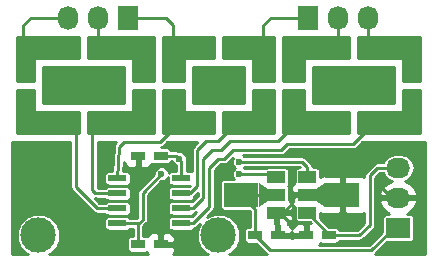
<source format=gbr>
G04 #@! TF.FileFunction,Copper,L1,Top,Signal*
%FSLAX46Y46*%
G04 Gerber Fmt 4.6, Leading zero omitted, Abs format (unit mm)*
G04 Created by KiCad (PCBNEW 0.201510170916+6271~30~ubuntu14.04.1-product) date lun. 26 oct. 2015 23:12:23 CET*
%MOMM*%
G01*
G04 APERTURE LIST*
%ADD10C,0.100000*%
%ADD11R,2.032000X1.727200*%
%ADD12O,2.032000X1.727200*%
%ADD13R,1.501140X1.000760*%
%ADD14R,2.999740X1.998980*%
%ADD15R,1.200000X0.750000*%
%ADD16R,1.727200X2.032000*%
%ADD17O,1.727200X2.032000*%
%ADD18R,1.550000X0.600000*%
%ADD19R,0.900000X1.200000*%
%ADD20R,1.200000X0.900000*%
%ADD21C,3.000000*%
%ADD22C,0.600000*%
%ADD23C,0.250000*%
%ADD24C,0.254000*%
G04 APERTURE END LIST*
D10*
D11*
X190500000Y-96520000D03*
D12*
X190500000Y-93980000D03*
X190500000Y-91440000D03*
D13*
X182806340Y-92224860D03*
X182806340Y-93726000D03*
X182806340Y-95227140D03*
D14*
X185757820Y-93726000D03*
D10*
G36*
X184283350Y-94726760D02*
X183534050Y-94226380D01*
X183534050Y-93225620D01*
X184283350Y-92725240D01*
X184283350Y-94726760D01*
X184283350Y-94726760D01*
G37*
D13*
X180159660Y-95227140D03*
X180159660Y-93726000D03*
X180159660Y-92224860D03*
D14*
X177208180Y-93726000D03*
D10*
G36*
X178682650Y-92725240D02*
X179431950Y-93225620D01*
X179431950Y-94226380D01*
X178682650Y-94726760D01*
X178682650Y-92725240D01*
X178682650Y-92725240D01*
G37*
D15*
X184592000Y-97155000D03*
X182692000Y-97155000D03*
X180274000Y-97155000D03*
X178374000Y-97155000D03*
X170368000Y-90424000D03*
X168468000Y-90424000D03*
X170368000Y-97917000D03*
X168468000Y-97917000D03*
D16*
X167640000Y-78740000D03*
D17*
X165100000Y-78740000D03*
X162560000Y-78740000D03*
D16*
X182880000Y-78740000D03*
D17*
X185420000Y-78740000D03*
X187960000Y-78740000D03*
D18*
X166718000Y-92329000D03*
X166718000Y-93599000D03*
X166718000Y-94869000D03*
X166718000Y-96139000D03*
X172118000Y-96139000D03*
X172118000Y-94869000D03*
X172118000Y-93599000D03*
X172118000Y-92329000D03*
D19*
X158750000Y-85555000D03*
X158750000Y-83355000D03*
X168910000Y-85555000D03*
X168910000Y-83355000D03*
X161290000Y-87460000D03*
X161290000Y-85260000D03*
X165608000Y-85260000D03*
X165608000Y-87460000D03*
D20*
X171280000Y-87630000D03*
X169080000Y-87630000D03*
D19*
X191770000Y-85555000D03*
X191770000Y-83355000D03*
X181610000Y-85555000D03*
X181610000Y-83355000D03*
X188595000Y-87460000D03*
X188595000Y-85260000D03*
X185420000Y-85260000D03*
X185420000Y-87460000D03*
D20*
X179240000Y-87630000D03*
X181440000Y-87630000D03*
D19*
X171450000Y-85555000D03*
X171450000Y-83355000D03*
X179070000Y-85555000D03*
X179070000Y-83355000D03*
D21*
X160020000Y-97155000D03*
X175260000Y-97155000D03*
D22*
X183642000Y-90678000D03*
X187452000Y-90678000D03*
X166624000Y-98298000D03*
X162560000Y-98044000D03*
X158496000Y-94742000D03*
X158496000Y-91440000D03*
X160274000Y-90170000D03*
X162052000Y-90932000D03*
X162052000Y-93726000D03*
X164338000Y-95758000D03*
X172720000Y-98044000D03*
X177292000Y-95504000D03*
X172720000Y-89535000D03*
X176530000Y-84455000D03*
X175260000Y-84455000D03*
X173990000Y-84455000D03*
X161290000Y-84455000D03*
X162560000Y-84455000D03*
X163830000Y-84455000D03*
X165100000Y-84455000D03*
X166370000Y-84455000D03*
X184150000Y-84455000D03*
X189230000Y-84455000D03*
X187960000Y-84455000D03*
X186690000Y-84455000D03*
X185420000Y-84455000D03*
X188976000Y-92964000D03*
X181356000Y-96139000D03*
X170307000Y-96647000D03*
X168529000Y-92075000D03*
X177038000Y-90932000D03*
X171958000Y-90678000D03*
X177038000Y-91948000D03*
X170434000Y-91948000D03*
D23*
X187452000Y-90678000D02*
X183642000Y-90678000D01*
X162814000Y-98298000D02*
X166624000Y-98298000D01*
X162560000Y-98044000D02*
X162814000Y-98298000D01*
X158496000Y-91440000D02*
X158496000Y-94742000D01*
X161290000Y-90170000D02*
X160274000Y-90170000D01*
X162052000Y-90932000D02*
X161290000Y-90170000D01*
X162306000Y-93726000D02*
X162052000Y-93726000D01*
X164338000Y-95758000D02*
X162306000Y-93726000D01*
X168468000Y-90424000D02*
X168468000Y-92014000D01*
X168468000Y-92014000D02*
X168529000Y-92075000D01*
X173990000Y-84455000D02*
X175260000Y-84455000D01*
X165608000Y-85260000D02*
X165608000Y-84963000D01*
X165608000Y-84963000D02*
X165100000Y-84455000D01*
X161290000Y-84455000D02*
X161290000Y-85260000D01*
X163830000Y-84455000D02*
X162560000Y-84455000D01*
X166370000Y-84455000D02*
X165608000Y-85217000D01*
X165608000Y-85217000D02*
X165608000Y-85260000D01*
X185420000Y-85260000D02*
X184955000Y-85260000D01*
X184955000Y-85260000D02*
X184150000Y-84455000D01*
X188595000Y-85260000D02*
X188595000Y-85090000D01*
X188595000Y-85090000D02*
X189230000Y-84455000D01*
X187960000Y-84455000D02*
X186690000Y-84455000D01*
X185420000Y-84455000D02*
X185420000Y-85260000D01*
X190500000Y-93980000D02*
X189992000Y-93980000D01*
X189992000Y-93980000D02*
X188976000Y-92964000D01*
X181356000Y-96139000D02*
X180444140Y-95227140D01*
X180444140Y-95227140D02*
X180159660Y-95227140D01*
X182806340Y-93726000D02*
X185757820Y-93726000D01*
X190246000Y-93726000D02*
X190500000Y-93980000D01*
X180159660Y-95227140D02*
X180743860Y-95227140D01*
X180743860Y-95227140D02*
X181610000Y-94361000D01*
X181864000Y-93726000D02*
X182806340Y-93726000D01*
X181610000Y-93980000D02*
X181864000Y-93726000D01*
X181610000Y-94361000D02*
X181610000Y-93980000D01*
X180274000Y-97155000D02*
X182692000Y-97155000D01*
X180159660Y-95227140D02*
X180159660Y-97040660D01*
X180159660Y-97040660D02*
X180274000Y-97155000D01*
X170368000Y-96708000D02*
X170368000Y-97917000D01*
X170307000Y-96647000D02*
X170368000Y-96708000D01*
X168468000Y-92014000D02*
X168529000Y-92075000D01*
X184592000Y-97155000D02*
X184592000Y-97012800D01*
X184592000Y-97012800D02*
X182806340Y-95227140D01*
X190500000Y-91440000D02*
X188722000Y-91440000D01*
X187198000Y-97155000D02*
X184592000Y-97155000D01*
X188087000Y-96266000D02*
X187198000Y-97155000D01*
X188087000Y-92075000D02*
X188087000Y-96266000D01*
X188722000Y-91440000D02*
X188087000Y-92075000D01*
X180159660Y-93726000D02*
X179057300Y-93726000D01*
X180159660Y-93726000D02*
X177208180Y-93726000D01*
X178374000Y-97155000D02*
X178374000Y-94891820D01*
X178374000Y-94891820D02*
X177208180Y-93726000D01*
X190500000Y-96520000D02*
X190119000Y-96520000D01*
X190119000Y-96520000D02*
X188214000Y-98425000D01*
X188214000Y-98425000D02*
X179644000Y-98425000D01*
X179644000Y-98425000D02*
X178374000Y-97155000D01*
X172118000Y-92329000D02*
X172118000Y-90838000D01*
X172118000Y-90838000D02*
X171958000Y-90678000D01*
X170368000Y-90424000D02*
X171704000Y-90424000D01*
X182806340Y-91366340D02*
X182806340Y-92224860D01*
X182372000Y-90932000D02*
X182806340Y-91366340D01*
X177038000Y-90932000D02*
X182372000Y-90932000D01*
X171704000Y-90424000D02*
X171958000Y-90678000D01*
X168468000Y-97917000D02*
X168468000Y-96139000D01*
X168468000Y-96139000D02*
X168529000Y-96139000D01*
X168849000Y-93533000D02*
X168849000Y-95819000D01*
X179600860Y-92224860D02*
X179324000Y-91948000D01*
X179324000Y-91948000D02*
X177038000Y-91948000D01*
X170434000Y-91948000D02*
X168849000Y-93533000D01*
X168529000Y-96139000D02*
X166718000Y-96139000D01*
X168849000Y-95819000D02*
X168529000Y-96139000D01*
X180159660Y-92224860D02*
X179600860Y-92224860D01*
X170815000Y-78740000D02*
X171450000Y-79375000D01*
X171450000Y-79375000D02*
X171450000Y-83355000D01*
X167640000Y-78740000D02*
X170815000Y-78740000D01*
X168275000Y-81280000D02*
X168910000Y-81915000D01*
X168910000Y-81915000D02*
X168910000Y-83355000D01*
X165100000Y-81280000D02*
X168275000Y-81280000D01*
X165100000Y-78740000D02*
X165100000Y-81280000D01*
X159385000Y-78740000D02*
X158750000Y-79375000D01*
X158750000Y-79375000D02*
X158750000Y-83355000D01*
X162560000Y-78740000D02*
X159385000Y-78740000D01*
X179070000Y-79375000D02*
X179705000Y-78740000D01*
X179705000Y-78740000D02*
X182880000Y-78740000D01*
X179070000Y-83355000D02*
X179070000Y-79375000D01*
X182245000Y-81280000D02*
X181610000Y-81915000D01*
X181610000Y-81915000D02*
X181610000Y-83355000D01*
X185420000Y-81280000D02*
X182245000Y-81280000D01*
X185420000Y-78740000D02*
X185420000Y-81280000D01*
X191135000Y-81280000D02*
X191770000Y-81915000D01*
X191770000Y-81915000D02*
X191770000Y-83355000D01*
X187960000Y-81280000D02*
X191135000Y-81280000D01*
X187960000Y-78740000D02*
X187960000Y-81280000D01*
X166718000Y-94869000D02*
X164973000Y-94869000D01*
X162771000Y-87460000D02*
X161290000Y-87460000D01*
X163195000Y-87884000D02*
X162771000Y-87460000D01*
X163195000Y-93091000D02*
X163195000Y-87884000D01*
X164973000Y-94869000D02*
X163195000Y-93091000D01*
X161290000Y-87460000D02*
X159088000Y-87460000D01*
X158750000Y-87122000D02*
X158750000Y-85555000D01*
X159088000Y-87460000D02*
X158750000Y-87122000D01*
X166718000Y-93599000D02*
X164846000Y-93599000D01*
X164592000Y-88265000D02*
X165397000Y-87460000D01*
X164592000Y-93345000D02*
X164592000Y-88265000D01*
X164846000Y-93599000D02*
X164592000Y-93345000D01*
X165397000Y-87460000D02*
X165608000Y-87460000D01*
X169080000Y-87630000D02*
X165778000Y-87630000D01*
X165778000Y-87630000D02*
X165608000Y-87460000D01*
X168910000Y-85555000D02*
X168910000Y-87460000D01*
X168910000Y-87460000D02*
X169080000Y-87630000D01*
X172118000Y-96139000D02*
X173101000Y-96139000D01*
X173355000Y-95885000D02*
X174498000Y-94742000D01*
X174498000Y-94742000D02*
X174498000Y-91440000D01*
X174498000Y-91440000D02*
X175260000Y-90678000D01*
X175260000Y-90678000D02*
X175768000Y-90678000D01*
X175768000Y-90678000D02*
X176530000Y-89916000D01*
X176530000Y-89916000D02*
X180594000Y-89916000D01*
X180594000Y-89916000D02*
X181102000Y-89408000D01*
X181102000Y-89408000D02*
X186647000Y-89408000D01*
X186647000Y-89408000D02*
X188595000Y-87460000D01*
X173101000Y-96139000D02*
X173355000Y-95885000D01*
X188595000Y-87460000D02*
X191432000Y-87460000D01*
X191770000Y-87122000D02*
X191770000Y-85555000D01*
X191432000Y-87460000D02*
X191770000Y-87122000D01*
X181440000Y-87630000D02*
X185250000Y-87630000D01*
X185250000Y-87630000D02*
X185420000Y-87460000D01*
X181440000Y-87630000D02*
X181440000Y-85725000D01*
X181440000Y-85725000D02*
X181610000Y-85555000D01*
X172118000Y-94869000D02*
X173101000Y-94869000D01*
X173990000Y-93980000D02*
X173355000Y-94615000D01*
X173990000Y-90678000D02*
X173990000Y-93980000D01*
X174752000Y-89916000D02*
X173990000Y-90678000D01*
X175514000Y-89916000D02*
X174752000Y-89916000D01*
X176276000Y-89154000D02*
X175514000Y-89916000D01*
X180340000Y-89154000D02*
X176276000Y-89154000D01*
X180340000Y-89154000D02*
X181440000Y-88054000D01*
X173101000Y-94869000D02*
X173355000Y-94615000D01*
X181440000Y-87630000D02*
X181440000Y-88054000D01*
X172720000Y-94869000D02*
X172118000Y-94869000D01*
X171280000Y-87630000D02*
X171280000Y-85725000D01*
X171280000Y-85725000D02*
X171450000Y-85555000D01*
X166718000Y-92329000D02*
X166845000Y-89695000D01*
X171280000Y-88308000D02*
X171280000Y-87630000D01*
X170307000Y-89281000D02*
X171280000Y-88308000D01*
X167259000Y-89281000D02*
X170307000Y-89281000D01*
X166845000Y-89695000D02*
X167259000Y-89281000D01*
X171130000Y-87630000D02*
X171280000Y-87630000D01*
X179240000Y-87630000D02*
X179240000Y-85725000D01*
X179240000Y-85725000D02*
X179070000Y-85555000D01*
X172118000Y-93599000D02*
X172847000Y-93599000D01*
X172847000Y-93599000D02*
X173482000Y-92964000D01*
X176784000Y-87630000D02*
X179240000Y-87630000D01*
X175260000Y-89154000D02*
X176784000Y-87630000D01*
X174244000Y-89154000D02*
X175260000Y-89154000D01*
X173482000Y-89916000D02*
X174244000Y-89154000D01*
X173482000Y-92710000D02*
X173482000Y-89916000D01*
X173482000Y-92964000D02*
X173482000Y-92710000D01*
X172118000Y-93599000D02*
X172720000Y-93599000D01*
D24*
G36*
X163449000Y-82169000D02*
X159766000Y-82169000D01*
X159716590Y-82179006D01*
X159674965Y-82207447D01*
X159647685Y-82249841D01*
X159639000Y-82296000D01*
X159639000Y-84074000D01*
X158190000Y-84074000D01*
X158190000Y-80391000D01*
X163449000Y-80391000D01*
X163449000Y-82169000D01*
X163449000Y-82169000D01*
G37*
X163449000Y-82169000D02*
X159766000Y-82169000D01*
X159716590Y-82179006D01*
X159674965Y-82207447D01*
X159647685Y-82249841D01*
X159639000Y-82296000D01*
X159639000Y-84074000D01*
X158190000Y-84074000D01*
X158190000Y-80391000D01*
X163449000Y-80391000D01*
X163449000Y-82169000D01*
G36*
X167259000Y-85979000D02*
X160401000Y-85979000D01*
X160401000Y-82931000D01*
X167259000Y-82931000D01*
X167259000Y-85979000D01*
X167259000Y-85979000D01*
G37*
X167259000Y-85979000D02*
X160401000Y-85979000D01*
X160401000Y-82931000D01*
X167259000Y-82931000D01*
X167259000Y-85979000D01*
G36*
X166776400Y-80403440D02*
X168503600Y-80403440D01*
X168569713Y-80391000D01*
X169799000Y-80391000D01*
X169799000Y-84074000D01*
X168021000Y-84074000D01*
X168021000Y-82296000D01*
X168010994Y-82246590D01*
X167982553Y-82204965D01*
X167940159Y-82177685D01*
X167894000Y-82169000D01*
X164211000Y-82169000D01*
X164211000Y-80391000D01*
X166714969Y-80391000D01*
X166776400Y-80403440D01*
X166776400Y-80403440D01*
G37*
X166776400Y-80403440D02*
X168503600Y-80403440D01*
X168569713Y-80391000D01*
X169799000Y-80391000D01*
X169799000Y-84074000D01*
X168021000Y-84074000D01*
X168021000Y-82296000D01*
X168010994Y-82246590D01*
X167982553Y-82204965D01*
X167940159Y-82177685D01*
X167894000Y-82169000D01*
X164211000Y-82169000D01*
X164211000Y-80391000D01*
X166714969Y-80391000D01*
X166776400Y-80403440D01*
G36*
X169799000Y-88519000D02*
X164211000Y-88519000D01*
X164211000Y-86741000D01*
X167894000Y-86741000D01*
X167943410Y-86730994D01*
X167985035Y-86702553D01*
X168012315Y-86660159D01*
X168021000Y-86614000D01*
X168021000Y-84836000D01*
X169799000Y-84836000D01*
X169799000Y-88519000D01*
X169799000Y-88519000D01*
G37*
X169799000Y-88519000D02*
X164211000Y-88519000D01*
X164211000Y-86741000D01*
X167894000Y-86741000D01*
X167943410Y-86730994D01*
X167985035Y-86702553D01*
X168012315Y-86660159D01*
X168021000Y-86614000D01*
X168021000Y-84836000D01*
X169799000Y-84836000D01*
X169799000Y-88519000D01*
G36*
X159639000Y-86614000D02*
X159649006Y-86663410D01*
X159677447Y-86705035D01*
X159719841Y-86732315D01*
X159766000Y-86741000D01*
X163449000Y-86741000D01*
X163449000Y-88519000D01*
X158190000Y-88519000D01*
X158190000Y-84836000D01*
X159639000Y-84836000D01*
X159639000Y-86614000D01*
X159639000Y-86614000D01*
G37*
X159639000Y-86614000D02*
X159649006Y-86663410D01*
X159677447Y-86705035D01*
X159719841Y-86732315D01*
X159766000Y-86741000D01*
X163449000Y-86741000D01*
X163449000Y-88519000D01*
X158190000Y-88519000D01*
X158190000Y-84836000D01*
X159639000Y-84836000D01*
X159639000Y-86614000D01*
G36*
X172339000Y-86614000D02*
X172349006Y-86663410D01*
X172377447Y-86705035D01*
X172419841Y-86732315D01*
X172466000Y-86741000D01*
X174879000Y-86741000D01*
X174879000Y-88519000D01*
X170561000Y-88519000D01*
X170561000Y-84836000D01*
X172339000Y-84836000D01*
X172339000Y-86614000D01*
X172339000Y-86614000D01*
G37*
X172339000Y-86614000D02*
X172349006Y-86663410D01*
X172377447Y-86705035D01*
X172419841Y-86732315D01*
X172466000Y-86741000D01*
X174879000Y-86741000D01*
X174879000Y-88519000D01*
X170561000Y-88519000D01*
X170561000Y-84836000D01*
X172339000Y-84836000D01*
X172339000Y-86614000D01*
G36*
X174879000Y-82169000D02*
X172466000Y-82169000D01*
X172416590Y-82179006D01*
X172374965Y-82207447D01*
X172347685Y-82249841D01*
X172339000Y-82296000D01*
X172339000Y-84074000D01*
X170561000Y-84074000D01*
X170561000Y-80391000D01*
X174879000Y-80391000D01*
X174879000Y-82169000D01*
X174879000Y-82169000D01*
G37*
X174879000Y-82169000D02*
X172466000Y-82169000D01*
X172416590Y-82179006D01*
X172374965Y-82207447D01*
X172347685Y-82249841D01*
X172339000Y-82296000D01*
X172339000Y-84074000D01*
X170561000Y-84074000D01*
X170561000Y-80391000D01*
X174879000Y-80391000D01*
X174879000Y-82169000D01*
G36*
X177419000Y-85979000D02*
X173101000Y-85979000D01*
X173101000Y-82931000D01*
X177419000Y-82931000D01*
X177419000Y-85979000D01*
X177419000Y-85979000D01*
G37*
X177419000Y-85979000D02*
X173101000Y-85979000D01*
X173101000Y-82931000D01*
X177419000Y-82931000D01*
X177419000Y-85979000D01*
G36*
X190119000Y-85979000D02*
X183261000Y-85979000D01*
X183261000Y-82931000D01*
X190119000Y-82931000D01*
X190119000Y-85979000D01*
X190119000Y-85979000D01*
G37*
X190119000Y-85979000D02*
X183261000Y-85979000D01*
X183261000Y-82931000D01*
X190119000Y-82931000D01*
X190119000Y-85979000D01*
G36*
X192330000Y-88519000D02*
X187071000Y-88519000D01*
X187071000Y-86741000D01*
X190754000Y-86741000D01*
X190803410Y-86730994D01*
X190845035Y-86702553D01*
X190872315Y-86660159D01*
X190881000Y-86614000D01*
X190881000Y-84836000D01*
X192330000Y-84836000D01*
X192330000Y-88519000D01*
X192330000Y-88519000D01*
G37*
X192330000Y-88519000D02*
X187071000Y-88519000D01*
X187071000Y-86741000D01*
X190754000Y-86741000D01*
X190803410Y-86730994D01*
X190845035Y-86702553D01*
X190872315Y-86660159D01*
X190881000Y-86614000D01*
X190881000Y-84836000D01*
X192330000Y-84836000D01*
X192330000Y-88519000D01*
G36*
X182499000Y-86614000D02*
X182509006Y-86663410D01*
X182537447Y-86705035D01*
X182579841Y-86732315D01*
X182626000Y-86741000D01*
X186309000Y-86741000D01*
X186309000Y-88519000D01*
X180721000Y-88519000D01*
X180721000Y-84836000D01*
X182499000Y-84836000D01*
X182499000Y-86614000D01*
X182499000Y-86614000D01*
G37*
X182499000Y-86614000D02*
X182509006Y-86663410D01*
X182537447Y-86705035D01*
X182579841Y-86732315D01*
X182626000Y-86741000D01*
X186309000Y-86741000D01*
X186309000Y-88519000D01*
X180721000Y-88519000D01*
X180721000Y-84836000D01*
X182499000Y-84836000D01*
X182499000Y-86614000D01*
G36*
X192330000Y-84074000D02*
X190881000Y-84074000D01*
X190881000Y-82296000D01*
X190870994Y-82246590D01*
X190842553Y-82204965D01*
X190800159Y-82177685D01*
X190754000Y-82169000D01*
X187071000Y-82169000D01*
X187071000Y-80391000D01*
X192330000Y-80391000D01*
X192330000Y-84074000D01*
X192330000Y-84074000D01*
G37*
X192330000Y-84074000D02*
X190881000Y-84074000D01*
X190881000Y-82296000D01*
X190870994Y-82246590D01*
X190842553Y-82204965D01*
X190800159Y-82177685D01*
X190754000Y-82169000D01*
X187071000Y-82169000D01*
X187071000Y-80391000D01*
X192330000Y-80391000D01*
X192330000Y-84074000D01*
G36*
X182016400Y-80403440D02*
X183743600Y-80403440D01*
X183809713Y-80391000D01*
X186309000Y-80391000D01*
X186309000Y-82169000D01*
X182626000Y-82169000D01*
X182576590Y-82179006D01*
X182534965Y-82207447D01*
X182507685Y-82249841D01*
X182499000Y-82296000D01*
X182499000Y-84074000D01*
X180721000Y-84074000D01*
X180721000Y-80391000D01*
X181954969Y-80391000D01*
X182016400Y-80403440D01*
X182016400Y-80403440D01*
G37*
X182016400Y-80403440D02*
X183743600Y-80403440D01*
X183809713Y-80391000D01*
X186309000Y-80391000D01*
X186309000Y-82169000D01*
X182626000Y-82169000D01*
X182576590Y-82179006D01*
X182534965Y-82207447D01*
X182507685Y-82249841D01*
X182499000Y-82296000D01*
X182499000Y-84074000D01*
X180721000Y-84074000D01*
X180721000Y-80391000D01*
X181954969Y-80391000D01*
X182016400Y-80403440D01*
G36*
X179959000Y-84074000D02*
X178181000Y-84074000D01*
X178181000Y-82296000D01*
X178170994Y-82246590D01*
X178142553Y-82204965D01*
X178100159Y-82177685D01*
X178054000Y-82169000D01*
X175641000Y-82169000D01*
X175641000Y-80391000D01*
X179959000Y-80391000D01*
X179959000Y-84074000D01*
X179959000Y-84074000D01*
G37*
X179959000Y-84074000D02*
X178181000Y-84074000D01*
X178181000Y-82296000D01*
X178170994Y-82246590D01*
X178142553Y-82204965D01*
X178100159Y-82177685D01*
X178054000Y-82169000D01*
X175641000Y-82169000D01*
X175641000Y-80391000D01*
X179959000Y-80391000D01*
X179959000Y-84074000D01*
G36*
X179959000Y-88519000D02*
X175641000Y-88519000D01*
X175641000Y-86741000D01*
X178054000Y-86741000D01*
X178103410Y-86730994D01*
X178145035Y-86702553D01*
X178172315Y-86660159D01*
X178181000Y-86614000D01*
X178181000Y-84836000D01*
X179959000Y-84836000D01*
X179959000Y-88519000D01*
X179959000Y-88519000D01*
G37*
X179959000Y-88519000D02*
X175641000Y-88519000D01*
X175641000Y-86741000D01*
X178054000Y-86741000D01*
X178103410Y-86730994D01*
X178145035Y-86702553D01*
X178172315Y-86660159D01*
X178181000Y-86614000D01*
X178181000Y-84836000D01*
X179959000Y-84836000D01*
X179959000Y-88519000D01*
G36*
X171009594Y-92629000D02*
X171032395Y-92750179D01*
X171104012Y-92861474D01*
X171213286Y-92936138D01*
X171343000Y-92962406D01*
X172844370Y-92962406D01*
X172841182Y-92965594D01*
X171343000Y-92965594D01*
X171221821Y-92988395D01*
X171110526Y-93060012D01*
X171035862Y-93169286D01*
X171009594Y-93299000D01*
X171009594Y-93899000D01*
X171032395Y-94020179D01*
X171104012Y-94131474D01*
X171213286Y-94206138D01*
X171343000Y-94232406D01*
X172893000Y-94232406D01*
X173014179Y-94209605D01*
X173125474Y-94137988D01*
X173200138Y-94028714D01*
X173226406Y-93899000D01*
X173226406Y-93858818D01*
X173538000Y-93547225D01*
X173538000Y-93792775D01*
X173050161Y-94280615D01*
X173022714Y-94261862D01*
X172893000Y-94235594D01*
X171343000Y-94235594D01*
X171221821Y-94258395D01*
X171110526Y-94330012D01*
X171035862Y-94439286D01*
X171009594Y-94569000D01*
X171009594Y-95169000D01*
X171032395Y-95290179D01*
X171104012Y-95401474D01*
X171213286Y-95476138D01*
X171343000Y-95502406D01*
X172893000Y-95502406D01*
X173014179Y-95479605D01*
X173125474Y-95407988D01*
X173198109Y-95301684D01*
X173273973Y-95286594D01*
X173395152Y-95205624D01*
X173050161Y-95550615D01*
X173022714Y-95531862D01*
X172893000Y-95505594D01*
X171343000Y-95505594D01*
X171221821Y-95528395D01*
X171110526Y-95600012D01*
X171035862Y-95709286D01*
X171009594Y-95839000D01*
X171009594Y-96439000D01*
X171032395Y-96560179D01*
X171104012Y-96671474D01*
X171213286Y-96746138D01*
X171343000Y-96772406D01*
X172893000Y-96772406D01*
X173014179Y-96749605D01*
X173125474Y-96677988D01*
X173198109Y-96571684D01*
X173273973Y-96556594D01*
X173420612Y-96458612D01*
X173677651Y-96201573D01*
X173433318Y-96789993D01*
X173432684Y-97516818D01*
X173710242Y-98188560D01*
X174223736Y-98702952D01*
X174356306Y-98758000D01*
X171400025Y-98758000D01*
X171506327Y-98651699D01*
X171603000Y-98418310D01*
X171603000Y-98202750D01*
X171444250Y-98044000D01*
X170495000Y-98044000D01*
X170495000Y-98064000D01*
X170241000Y-98064000D01*
X170241000Y-98044000D01*
X170221000Y-98044000D01*
X170221000Y-97790000D01*
X170241000Y-97790000D01*
X170241000Y-97065750D01*
X170495000Y-97065750D01*
X170495000Y-97790000D01*
X171444250Y-97790000D01*
X171603000Y-97631250D01*
X171603000Y-97415690D01*
X171506327Y-97182301D01*
X171327698Y-97003673D01*
X171094309Y-96907000D01*
X170653750Y-96907000D01*
X170495000Y-97065750D01*
X170241000Y-97065750D01*
X170082250Y-96907000D01*
X169641691Y-96907000D01*
X169408302Y-97003673D01*
X169229673Y-97182301D01*
X169205654Y-97240287D01*
X169197714Y-97234862D01*
X169068000Y-97208594D01*
X168920000Y-97208594D01*
X168920000Y-96387224D01*
X169168612Y-96138613D01*
X169266594Y-95991973D01*
X169275661Y-95946388D01*
X169301000Y-95819000D01*
X169301000Y-93720224D01*
X170446214Y-92575011D01*
X170558171Y-92575109D01*
X170788703Y-92479855D01*
X170965235Y-92303631D01*
X171009594Y-92196802D01*
X171009594Y-92629000D01*
X171009594Y-92629000D01*
G37*
X171009594Y-92629000D02*
X171032395Y-92750179D01*
X171104012Y-92861474D01*
X171213286Y-92936138D01*
X171343000Y-92962406D01*
X172844370Y-92962406D01*
X172841182Y-92965594D01*
X171343000Y-92965594D01*
X171221821Y-92988395D01*
X171110526Y-93060012D01*
X171035862Y-93169286D01*
X171009594Y-93299000D01*
X171009594Y-93899000D01*
X171032395Y-94020179D01*
X171104012Y-94131474D01*
X171213286Y-94206138D01*
X171343000Y-94232406D01*
X172893000Y-94232406D01*
X173014179Y-94209605D01*
X173125474Y-94137988D01*
X173200138Y-94028714D01*
X173226406Y-93899000D01*
X173226406Y-93858818D01*
X173538000Y-93547225D01*
X173538000Y-93792775D01*
X173050161Y-94280615D01*
X173022714Y-94261862D01*
X172893000Y-94235594D01*
X171343000Y-94235594D01*
X171221821Y-94258395D01*
X171110526Y-94330012D01*
X171035862Y-94439286D01*
X171009594Y-94569000D01*
X171009594Y-95169000D01*
X171032395Y-95290179D01*
X171104012Y-95401474D01*
X171213286Y-95476138D01*
X171343000Y-95502406D01*
X172893000Y-95502406D01*
X173014179Y-95479605D01*
X173125474Y-95407988D01*
X173198109Y-95301684D01*
X173273973Y-95286594D01*
X173395152Y-95205624D01*
X173050161Y-95550615D01*
X173022714Y-95531862D01*
X172893000Y-95505594D01*
X171343000Y-95505594D01*
X171221821Y-95528395D01*
X171110526Y-95600012D01*
X171035862Y-95709286D01*
X171009594Y-95839000D01*
X171009594Y-96439000D01*
X171032395Y-96560179D01*
X171104012Y-96671474D01*
X171213286Y-96746138D01*
X171343000Y-96772406D01*
X172893000Y-96772406D01*
X173014179Y-96749605D01*
X173125474Y-96677988D01*
X173198109Y-96571684D01*
X173273973Y-96556594D01*
X173420612Y-96458612D01*
X173677651Y-96201573D01*
X173433318Y-96789993D01*
X173432684Y-97516818D01*
X173710242Y-98188560D01*
X174223736Y-98702952D01*
X174356306Y-98758000D01*
X171400025Y-98758000D01*
X171506327Y-98651699D01*
X171603000Y-98418310D01*
X171603000Y-98202750D01*
X171444250Y-98044000D01*
X170495000Y-98044000D01*
X170495000Y-98064000D01*
X170241000Y-98064000D01*
X170241000Y-98044000D01*
X170221000Y-98044000D01*
X170221000Y-97790000D01*
X170241000Y-97790000D01*
X170241000Y-97065750D01*
X170495000Y-97065750D01*
X170495000Y-97790000D01*
X171444250Y-97790000D01*
X171603000Y-97631250D01*
X171603000Y-97415690D01*
X171506327Y-97182301D01*
X171327698Y-97003673D01*
X171094309Y-96907000D01*
X170653750Y-96907000D01*
X170495000Y-97065750D01*
X170241000Y-97065750D01*
X170082250Y-96907000D01*
X169641691Y-96907000D01*
X169408302Y-97003673D01*
X169229673Y-97182301D01*
X169205654Y-97240287D01*
X169197714Y-97234862D01*
X169068000Y-97208594D01*
X168920000Y-97208594D01*
X168920000Y-96387224D01*
X169168612Y-96138613D01*
X169266594Y-95991973D01*
X169275661Y-95946388D01*
X169301000Y-95819000D01*
X169301000Y-93720224D01*
X170446214Y-92575011D01*
X170558171Y-92575109D01*
X170788703Y-92479855D01*
X170965235Y-92303631D01*
X171009594Y-92196802D01*
X171009594Y-92629000D01*
G36*
X192738000Y-98758000D02*
X188513576Y-98758000D01*
X188533612Y-98744612D01*
X189561218Y-97717006D01*
X191516000Y-97717006D01*
X191637179Y-97694205D01*
X191748474Y-97622588D01*
X191823138Y-97513314D01*
X191849406Y-97383600D01*
X191849406Y-95656400D01*
X191826605Y-95535221D01*
X191754988Y-95423926D01*
X191645714Y-95349262D01*
X191516000Y-95322994D01*
X191268407Y-95322994D01*
X191414320Y-95271954D01*
X191850732Y-94882036D01*
X192104709Y-94354791D01*
X192107358Y-94339026D01*
X191986217Y-94107000D01*
X190627000Y-94107000D01*
X190627000Y-94127000D01*
X190373000Y-94127000D01*
X190373000Y-94107000D01*
X189013783Y-94107000D01*
X188892642Y-94339026D01*
X188895291Y-94354791D01*
X189149268Y-94882036D01*
X189585680Y-95271954D01*
X189731593Y-95322994D01*
X189484000Y-95322994D01*
X189362821Y-95345795D01*
X189251526Y-95417412D01*
X189176862Y-95526686D01*
X189150594Y-95656400D01*
X189150594Y-96849182D01*
X188026776Y-97973000D01*
X183747026Y-97973000D01*
X183830327Y-97889699D01*
X183854346Y-97831713D01*
X183862286Y-97837138D01*
X183992000Y-97863406D01*
X185192000Y-97863406D01*
X185313179Y-97840605D01*
X185424474Y-97768988D01*
X185499138Y-97659714D01*
X185509813Y-97607000D01*
X187198000Y-97607000D01*
X187370973Y-97572594D01*
X187517612Y-97474612D01*
X188406612Y-96585612D01*
X188504594Y-96438973D01*
X188539000Y-96266000D01*
X188539000Y-92262224D01*
X188909225Y-91892000D01*
X189220597Y-91892000D01*
X189221318Y-91895623D01*
X189479408Y-92281881D01*
X189865666Y-92539971D01*
X189957039Y-92558146D01*
X189585680Y-92688046D01*
X189149268Y-93077964D01*
X188895291Y-93605209D01*
X188892642Y-93620974D01*
X189013783Y-93853000D01*
X190373000Y-93853000D01*
X190373000Y-93833000D01*
X190627000Y-93833000D01*
X190627000Y-93853000D01*
X191986217Y-93853000D01*
X192107358Y-93620974D01*
X192104709Y-93605209D01*
X191850732Y-93077964D01*
X191414320Y-92688046D01*
X191042961Y-92558146D01*
X191134334Y-92539971D01*
X191520592Y-92281881D01*
X191778682Y-91895623D01*
X191869311Y-91440000D01*
X191778682Y-90984377D01*
X191520592Y-90598119D01*
X191134334Y-90340029D01*
X190678711Y-90249400D01*
X190321289Y-90249400D01*
X189865666Y-90340029D01*
X189479408Y-90598119D01*
X189221318Y-90984377D01*
X189220597Y-90988000D01*
X188722000Y-90988000D01*
X188549027Y-91022406D01*
X188402388Y-91120387D01*
X187767388Y-91755388D01*
X187669406Y-91902027D01*
X187635000Y-92075000D01*
X187635000Y-92205794D01*
X187617389Y-92188183D01*
X187384000Y-92091510D01*
X186043570Y-92091510D01*
X185884820Y-92250260D01*
X185884820Y-93599000D01*
X185904820Y-93599000D01*
X185904820Y-93853000D01*
X185884820Y-93853000D01*
X185884820Y-95201740D01*
X186043570Y-95360490D01*
X187384000Y-95360490D01*
X187617389Y-95263817D01*
X187635000Y-95246206D01*
X187635000Y-96078776D01*
X187010776Y-96703000D01*
X185510918Y-96703000D01*
X185502605Y-96658821D01*
X185430988Y-96547526D01*
X185321714Y-96472862D01*
X185192000Y-96446594D01*
X184665019Y-96446594D01*
X183890316Y-95671892D01*
X183890316Y-95255882D01*
X183898251Y-95263817D01*
X184131640Y-95360490D01*
X184223174Y-95360490D01*
X184265463Y-95373953D01*
X184342883Y-95360490D01*
X185472070Y-95360490D01*
X185630820Y-95201740D01*
X185630820Y-93853000D01*
X182886610Y-93853000D01*
X182886610Y-93873000D01*
X182679340Y-93873000D01*
X182679340Y-93853000D01*
X181579520Y-93853000D01*
X181420770Y-94011750D01*
X181420770Y-94339275D01*
X181269929Y-94188433D01*
X181243636Y-94177542D01*
X181243636Y-93225620D01*
X181220835Y-93104441D01*
X181149218Y-92993146D01*
X181124263Y-92976095D01*
X181142704Y-92964228D01*
X181217368Y-92854954D01*
X181243636Y-92725240D01*
X181243636Y-91724480D01*
X181220835Y-91603301D01*
X181149218Y-91492006D01*
X181039944Y-91417342D01*
X180910230Y-91391074D01*
X179409090Y-91391074D01*
X179287911Y-91413875D01*
X179176616Y-91485492D01*
X179169436Y-91496000D01*
X177472728Y-91496000D01*
X177416713Y-91439887D01*
X177472698Y-91384000D01*
X182184776Y-91384000D01*
X182191850Y-91391074D01*
X182055770Y-91391074D01*
X181934591Y-91413875D01*
X181823296Y-91485492D01*
X181748632Y-91594766D01*
X181722364Y-91724480D01*
X181722364Y-92676402D01*
X181696071Y-92687293D01*
X181517443Y-92865922D01*
X181420770Y-93099311D01*
X181420770Y-93440250D01*
X181579520Y-93599000D01*
X182679340Y-93599000D01*
X182679340Y-93579000D01*
X182886610Y-93579000D01*
X182886610Y-93599000D01*
X185630820Y-93599000D01*
X185630820Y-92250260D01*
X185472070Y-92091510D01*
X184364761Y-92091510D01*
X184161598Y-92089351D01*
X184156330Y-92091510D01*
X184131640Y-92091510D01*
X183898251Y-92188183D01*
X183890316Y-92196118D01*
X183890316Y-91724480D01*
X183867515Y-91603301D01*
X183795898Y-91492006D01*
X183686624Y-91417342D01*
X183556910Y-91391074D01*
X183258340Y-91391074D01*
X183258340Y-91366340D01*
X183223934Y-91193367D01*
X183125953Y-91046728D01*
X182691612Y-90612388D01*
X182544973Y-90514406D01*
X182372000Y-90480000D01*
X177472728Y-90480000D01*
X177393631Y-90400765D01*
X177314724Y-90368000D01*
X180594000Y-90368000D01*
X180766973Y-90333594D01*
X180913612Y-90235612D01*
X181289225Y-89860000D01*
X186647000Y-89860000D01*
X186819973Y-89825594D01*
X186966612Y-89727612D01*
X187413224Y-89281000D01*
X192738000Y-89281000D01*
X192738000Y-98758000D01*
X192738000Y-98758000D01*
G37*
X192738000Y-98758000D02*
X188513576Y-98758000D01*
X188533612Y-98744612D01*
X189561218Y-97717006D01*
X191516000Y-97717006D01*
X191637179Y-97694205D01*
X191748474Y-97622588D01*
X191823138Y-97513314D01*
X191849406Y-97383600D01*
X191849406Y-95656400D01*
X191826605Y-95535221D01*
X191754988Y-95423926D01*
X191645714Y-95349262D01*
X191516000Y-95322994D01*
X191268407Y-95322994D01*
X191414320Y-95271954D01*
X191850732Y-94882036D01*
X192104709Y-94354791D01*
X192107358Y-94339026D01*
X191986217Y-94107000D01*
X190627000Y-94107000D01*
X190627000Y-94127000D01*
X190373000Y-94127000D01*
X190373000Y-94107000D01*
X189013783Y-94107000D01*
X188892642Y-94339026D01*
X188895291Y-94354791D01*
X189149268Y-94882036D01*
X189585680Y-95271954D01*
X189731593Y-95322994D01*
X189484000Y-95322994D01*
X189362821Y-95345795D01*
X189251526Y-95417412D01*
X189176862Y-95526686D01*
X189150594Y-95656400D01*
X189150594Y-96849182D01*
X188026776Y-97973000D01*
X183747026Y-97973000D01*
X183830327Y-97889699D01*
X183854346Y-97831713D01*
X183862286Y-97837138D01*
X183992000Y-97863406D01*
X185192000Y-97863406D01*
X185313179Y-97840605D01*
X185424474Y-97768988D01*
X185499138Y-97659714D01*
X185509813Y-97607000D01*
X187198000Y-97607000D01*
X187370973Y-97572594D01*
X187517612Y-97474612D01*
X188406612Y-96585612D01*
X188504594Y-96438973D01*
X188539000Y-96266000D01*
X188539000Y-92262224D01*
X188909225Y-91892000D01*
X189220597Y-91892000D01*
X189221318Y-91895623D01*
X189479408Y-92281881D01*
X189865666Y-92539971D01*
X189957039Y-92558146D01*
X189585680Y-92688046D01*
X189149268Y-93077964D01*
X188895291Y-93605209D01*
X188892642Y-93620974D01*
X189013783Y-93853000D01*
X190373000Y-93853000D01*
X190373000Y-93833000D01*
X190627000Y-93833000D01*
X190627000Y-93853000D01*
X191986217Y-93853000D01*
X192107358Y-93620974D01*
X192104709Y-93605209D01*
X191850732Y-93077964D01*
X191414320Y-92688046D01*
X191042961Y-92558146D01*
X191134334Y-92539971D01*
X191520592Y-92281881D01*
X191778682Y-91895623D01*
X191869311Y-91440000D01*
X191778682Y-90984377D01*
X191520592Y-90598119D01*
X191134334Y-90340029D01*
X190678711Y-90249400D01*
X190321289Y-90249400D01*
X189865666Y-90340029D01*
X189479408Y-90598119D01*
X189221318Y-90984377D01*
X189220597Y-90988000D01*
X188722000Y-90988000D01*
X188549027Y-91022406D01*
X188402388Y-91120387D01*
X187767388Y-91755388D01*
X187669406Y-91902027D01*
X187635000Y-92075000D01*
X187635000Y-92205794D01*
X187617389Y-92188183D01*
X187384000Y-92091510D01*
X186043570Y-92091510D01*
X185884820Y-92250260D01*
X185884820Y-93599000D01*
X185904820Y-93599000D01*
X185904820Y-93853000D01*
X185884820Y-93853000D01*
X185884820Y-95201740D01*
X186043570Y-95360490D01*
X187384000Y-95360490D01*
X187617389Y-95263817D01*
X187635000Y-95246206D01*
X187635000Y-96078776D01*
X187010776Y-96703000D01*
X185510918Y-96703000D01*
X185502605Y-96658821D01*
X185430988Y-96547526D01*
X185321714Y-96472862D01*
X185192000Y-96446594D01*
X184665019Y-96446594D01*
X183890316Y-95671892D01*
X183890316Y-95255882D01*
X183898251Y-95263817D01*
X184131640Y-95360490D01*
X184223174Y-95360490D01*
X184265463Y-95373953D01*
X184342883Y-95360490D01*
X185472070Y-95360490D01*
X185630820Y-95201740D01*
X185630820Y-93853000D01*
X182886610Y-93853000D01*
X182886610Y-93873000D01*
X182679340Y-93873000D01*
X182679340Y-93853000D01*
X181579520Y-93853000D01*
X181420770Y-94011750D01*
X181420770Y-94339275D01*
X181269929Y-94188433D01*
X181243636Y-94177542D01*
X181243636Y-93225620D01*
X181220835Y-93104441D01*
X181149218Y-92993146D01*
X181124263Y-92976095D01*
X181142704Y-92964228D01*
X181217368Y-92854954D01*
X181243636Y-92725240D01*
X181243636Y-91724480D01*
X181220835Y-91603301D01*
X181149218Y-91492006D01*
X181039944Y-91417342D01*
X180910230Y-91391074D01*
X179409090Y-91391074D01*
X179287911Y-91413875D01*
X179176616Y-91485492D01*
X179169436Y-91496000D01*
X177472728Y-91496000D01*
X177416713Y-91439887D01*
X177472698Y-91384000D01*
X182184776Y-91384000D01*
X182191850Y-91391074D01*
X182055770Y-91391074D01*
X181934591Y-91413875D01*
X181823296Y-91485492D01*
X181748632Y-91594766D01*
X181722364Y-91724480D01*
X181722364Y-92676402D01*
X181696071Y-92687293D01*
X181517443Y-92865922D01*
X181420770Y-93099311D01*
X181420770Y-93440250D01*
X181579520Y-93599000D01*
X182679340Y-93599000D01*
X182679340Y-93579000D01*
X182886610Y-93579000D01*
X182886610Y-93599000D01*
X185630820Y-93599000D01*
X185630820Y-92250260D01*
X185472070Y-92091510D01*
X184364761Y-92091510D01*
X184161598Y-92089351D01*
X184156330Y-92091510D01*
X184131640Y-92091510D01*
X183898251Y-92188183D01*
X183890316Y-92196118D01*
X183890316Y-91724480D01*
X183867515Y-91603301D01*
X183795898Y-91492006D01*
X183686624Y-91417342D01*
X183556910Y-91391074D01*
X183258340Y-91391074D01*
X183258340Y-91366340D01*
X183223934Y-91193367D01*
X183125953Y-91046728D01*
X182691612Y-90612388D01*
X182544973Y-90514406D01*
X182372000Y-90480000D01*
X177472728Y-90480000D01*
X177393631Y-90400765D01*
X177314724Y-90368000D01*
X180594000Y-90368000D01*
X180766973Y-90333594D01*
X180913612Y-90235612D01*
X181289225Y-89860000D01*
X186647000Y-89860000D01*
X186819973Y-89825594D01*
X186966612Y-89727612D01*
X187413224Y-89281000D01*
X192738000Y-89281000D01*
X192738000Y-98758000D01*
G36*
X162743000Y-93091000D02*
X162777406Y-93263973D01*
X162875388Y-93410612D01*
X164653388Y-95188612D01*
X164800027Y-95286594D01*
X164973000Y-95321000D01*
X165652228Y-95321000D01*
X165704012Y-95401474D01*
X165813286Y-95476138D01*
X165943000Y-95502406D01*
X167493000Y-95502406D01*
X167614179Y-95479605D01*
X167725474Y-95407988D01*
X167800138Y-95298714D01*
X167826406Y-95169000D01*
X167826406Y-94569000D01*
X167803605Y-94447821D01*
X167731988Y-94336526D01*
X167622714Y-94261862D01*
X167493000Y-94235594D01*
X165943000Y-94235594D01*
X165821821Y-94258395D01*
X165710526Y-94330012D01*
X165651089Y-94417000D01*
X165160224Y-94417000D01*
X164781368Y-94038144D01*
X164846000Y-94051000D01*
X165652228Y-94051000D01*
X165704012Y-94131474D01*
X165813286Y-94206138D01*
X165943000Y-94232406D01*
X167493000Y-94232406D01*
X167614179Y-94209605D01*
X167725474Y-94137988D01*
X167800138Y-94028714D01*
X167826406Y-93899000D01*
X167826406Y-93299000D01*
X167803605Y-93177821D01*
X167731988Y-93066526D01*
X167622714Y-92991862D01*
X167493000Y-92965594D01*
X165943000Y-92965594D01*
X165821821Y-92988395D01*
X165710526Y-93060012D01*
X165651089Y-93147000D01*
X165044000Y-93147000D01*
X165044000Y-89281000D01*
X166619776Y-89281000D01*
X166525388Y-89375388D01*
X166482336Y-89439819D01*
X166436221Y-89502116D01*
X166433545Y-89512839D01*
X166427406Y-89522027D01*
X166412288Y-89598034D01*
X166393524Y-89673232D01*
X166296015Y-91695594D01*
X165943000Y-91695594D01*
X165821821Y-91718395D01*
X165710526Y-91790012D01*
X165635862Y-91899286D01*
X165609594Y-92029000D01*
X165609594Y-92629000D01*
X165632395Y-92750179D01*
X165704012Y-92861474D01*
X165813286Y-92936138D01*
X165943000Y-92962406D01*
X167493000Y-92962406D01*
X167614179Y-92939605D01*
X167725474Y-92867988D01*
X167800138Y-92758714D01*
X167826406Y-92629000D01*
X167826406Y-92029000D01*
X167803605Y-91907821D01*
X167731988Y-91796526D01*
X167622714Y-91721862D01*
X167493000Y-91695594D01*
X167201066Y-91695594D01*
X167237663Y-90936567D01*
X167329673Y-91158699D01*
X167508302Y-91337327D01*
X167741691Y-91434000D01*
X168182250Y-91434000D01*
X168341000Y-91275250D01*
X168341000Y-90551000D01*
X168321000Y-90551000D01*
X168321000Y-90297000D01*
X168341000Y-90297000D01*
X168341000Y-90277000D01*
X168595000Y-90277000D01*
X168595000Y-90297000D01*
X168615000Y-90297000D01*
X168615000Y-90551000D01*
X168595000Y-90551000D01*
X168595000Y-91275250D01*
X168753750Y-91434000D01*
X169194309Y-91434000D01*
X169427698Y-91337327D01*
X169606327Y-91158699D01*
X169630346Y-91100713D01*
X169638286Y-91106138D01*
X169768000Y-91132406D01*
X170968000Y-91132406D01*
X171089179Y-91109605D01*
X171200474Y-91037988D01*
X171275138Y-90928714D01*
X171285813Y-90876000D01*
X171361397Y-90876000D01*
X171426145Y-91032703D01*
X171602369Y-91209235D01*
X171666000Y-91235657D01*
X171666000Y-91695594D01*
X171343000Y-91695594D01*
X171221821Y-91718395D01*
X171110526Y-91790012D01*
X171061075Y-91862385D01*
X171061109Y-91823829D01*
X170965855Y-91593297D01*
X170789631Y-91416765D01*
X170559265Y-91321109D01*
X170309829Y-91320891D01*
X170079297Y-91416145D01*
X169902765Y-91592369D01*
X169807109Y-91822735D01*
X169807010Y-91935765D01*
X168529388Y-93213388D01*
X168431406Y-93360027D01*
X168397000Y-93533000D01*
X168397000Y-95631775D01*
X168341776Y-95687000D01*
X167783772Y-95687000D01*
X167731988Y-95606526D01*
X167622714Y-95531862D01*
X167493000Y-95505594D01*
X165943000Y-95505594D01*
X165821821Y-95528395D01*
X165710526Y-95600012D01*
X165635862Y-95709286D01*
X165609594Y-95839000D01*
X165609594Y-96439000D01*
X165632395Y-96560179D01*
X165704012Y-96671474D01*
X165813286Y-96746138D01*
X165943000Y-96772406D01*
X167493000Y-96772406D01*
X167614179Y-96749605D01*
X167725474Y-96677988D01*
X167784911Y-96591000D01*
X168016000Y-96591000D01*
X168016000Y-97208594D01*
X167868000Y-97208594D01*
X167746821Y-97231395D01*
X167635526Y-97303012D01*
X167560862Y-97412286D01*
X167534594Y-97542000D01*
X167534594Y-98292000D01*
X167557395Y-98413179D01*
X167629012Y-98524474D01*
X167738286Y-98599138D01*
X167868000Y-98625406D01*
X169068000Y-98625406D01*
X169189179Y-98602605D01*
X169205095Y-98592363D01*
X169229673Y-98651699D01*
X169335975Y-98758000D01*
X160924704Y-98758000D01*
X161053560Y-98704758D01*
X161567952Y-98191264D01*
X161846682Y-97520007D01*
X161847316Y-96793182D01*
X161569758Y-96121440D01*
X161056264Y-95607048D01*
X160385007Y-95328318D01*
X159658182Y-95327684D01*
X158986440Y-95605242D01*
X158472048Y-96118736D01*
X158193318Y-96789993D01*
X158192684Y-97516818D01*
X158470242Y-98188560D01*
X158983736Y-98702952D01*
X159116306Y-98758000D01*
X157782000Y-98758000D01*
X157782000Y-89281000D01*
X162743000Y-89281000D01*
X162743000Y-93091000D01*
X162743000Y-93091000D01*
G37*
X162743000Y-93091000D02*
X162777406Y-93263973D01*
X162875388Y-93410612D01*
X164653388Y-95188612D01*
X164800027Y-95286594D01*
X164973000Y-95321000D01*
X165652228Y-95321000D01*
X165704012Y-95401474D01*
X165813286Y-95476138D01*
X165943000Y-95502406D01*
X167493000Y-95502406D01*
X167614179Y-95479605D01*
X167725474Y-95407988D01*
X167800138Y-95298714D01*
X167826406Y-95169000D01*
X167826406Y-94569000D01*
X167803605Y-94447821D01*
X167731988Y-94336526D01*
X167622714Y-94261862D01*
X167493000Y-94235594D01*
X165943000Y-94235594D01*
X165821821Y-94258395D01*
X165710526Y-94330012D01*
X165651089Y-94417000D01*
X165160224Y-94417000D01*
X164781368Y-94038144D01*
X164846000Y-94051000D01*
X165652228Y-94051000D01*
X165704012Y-94131474D01*
X165813286Y-94206138D01*
X165943000Y-94232406D01*
X167493000Y-94232406D01*
X167614179Y-94209605D01*
X167725474Y-94137988D01*
X167800138Y-94028714D01*
X167826406Y-93899000D01*
X167826406Y-93299000D01*
X167803605Y-93177821D01*
X167731988Y-93066526D01*
X167622714Y-92991862D01*
X167493000Y-92965594D01*
X165943000Y-92965594D01*
X165821821Y-92988395D01*
X165710526Y-93060012D01*
X165651089Y-93147000D01*
X165044000Y-93147000D01*
X165044000Y-89281000D01*
X166619776Y-89281000D01*
X166525388Y-89375388D01*
X166482336Y-89439819D01*
X166436221Y-89502116D01*
X166433545Y-89512839D01*
X166427406Y-89522027D01*
X166412288Y-89598034D01*
X166393524Y-89673232D01*
X166296015Y-91695594D01*
X165943000Y-91695594D01*
X165821821Y-91718395D01*
X165710526Y-91790012D01*
X165635862Y-91899286D01*
X165609594Y-92029000D01*
X165609594Y-92629000D01*
X165632395Y-92750179D01*
X165704012Y-92861474D01*
X165813286Y-92936138D01*
X165943000Y-92962406D01*
X167493000Y-92962406D01*
X167614179Y-92939605D01*
X167725474Y-92867988D01*
X167800138Y-92758714D01*
X167826406Y-92629000D01*
X167826406Y-92029000D01*
X167803605Y-91907821D01*
X167731988Y-91796526D01*
X167622714Y-91721862D01*
X167493000Y-91695594D01*
X167201066Y-91695594D01*
X167237663Y-90936567D01*
X167329673Y-91158699D01*
X167508302Y-91337327D01*
X167741691Y-91434000D01*
X168182250Y-91434000D01*
X168341000Y-91275250D01*
X168341000Y-90551000D01*
X168321000Y-90551000D01*
X168321000Y-90297000D01*
X168341000Y-90297000D01*
X168341000Y-90277000D01*
X168595000Y-90277000D01*
X168595000Y-90297000D01*
X168615000Y-90297000D01*
X168615000Y-90551000D01*
X168595000Y-90551000D01*
X168595000Y-91275250D01*
X168753750Y-91434000D01*
X169194309Y-91434000D01*
X169427698Y-91337327D01*
X169606327Y-91158699D01*
X169630346Y-91100713D01*
X169638286Y-91106138D01*
X169768000Y-91132406D01*
X170968000Y-91132406D01*
X171089179Y-91109605D01*
X171200474Y-91037988D01*
X171275138Y-90928714D01*
X171285813Y-90876000D01*
X171361397Y-90876000D01*
X171426145Y-91032703D01*
X171602369Y-91209235D01*
X171666000Y-91235657D01*
X171666000Y-91695594D01*
X171343000Y-91695594D01*
X171221821Y-91718395D01*
X171110526Y-91790012D01*
X171061075Y-91862385D01*
X171061109Y-91823829D01*
X170965855Y-91593297D01*
X170789631Y-91416765D01*
X170559265Y-91321109D01*
X170309829Y-91320891D01*
X170079297Y-91416145D01*
X169902765Y-91592369D01*
X169807109Y-91822735D01*
X169807010Y-91935765D01*
X168529388Y-93213388D01*
X168431406Y-93360027D01*
X168397000Y-93533000D01*
X168397000Y-95631775D01*
X168341776Y-95687000D01*
X167783772Y-95687000D01*
X167731988Y-95606526D01*
X167622714Y-95531862D01*
X167493000Y-95505594D01*
X165943000Y-95505594D01*
X165821821Y-95528395D01*
X165710526Y-95600012D01*
X165635862Y-95709286D01*
X165609594Y-95839000D01*
X165609594Y-96439000D01*
X165632395Y-96560179D01*
X165704012Y-96671474D01*
X165813286Y-96746138D01*
X165943000Y-96772406D01*
X167493000Y-96772406D01*
X167614179Y-96749605D01*
X167725474Y-96677988D01*
X167784911Y-96591000D01*
X168016000Y-96591000D01*
X168016000Y-97208594D01*
X167868000Y-97208594D01*
X167746821Y-97231395D01*
X167635526Y-97303012D01*
X167560862Y-97412286D01*
X167534594Y-97542000D01*
X167534594Y-98292000D01*
X167557395Y-98413179D01*
X167629012Y-98524474D01*
X167738286Y-98599138D01*
X167868000Y-98625406D01*
X169068000Y-98625406D01*
X169189179Y-98602605D01*
X169205095Y-98592363D01*
X169229673Y-98651699D01*
X169335975Y-98758000D01*
X160924704Y-98758000D01*
X161053560Y-98704758D01*
X161567952Y-98191264D01*
X161846682Y-97520007D01*
X161847316Y-96793182D01*
X161569758Y-96121440D01*
X161056264Y-95607048D01*
X160385007Y-95328318D01*
X159658182Y-95327684D01*
X158986440Y-95605242D01*
X158472048Y-96118736D01*
X158193318Y-96789993D01*
X158192684Y-97516818D01*
X158470242Y-98188560D01*
X158983736Y-98702952D01*
X159116306Y-98758000D01*
X157782000Y-98758000D01*
X157782000Y-89281000D01*
X162743000Y-89281000D01*
X162743000Y-93091000D01*
G36*
X176411109Y-90806735D02*
X176410891Y-91056171D01*
X176506145Y-91286703D01*
X176659287Y-91440113D01*
X176506765Y-91592369D01*
X176411109Y-91822735D01*
X176410891Y-92072171D01*
X176506145Y-92302703D01*
X176596388Y-92393104D01*
X175708310Y-92393104D01*
X175587131Y-92415905D01*
X175475836Y-92487522D01*
X175401172Y-92596796D01*
X175374904Y-92726510D01*
X175374904Y-94725490D01*
X175397705Y-94846669D01*
X175469322Y-94957964D01*
X175578596Y-95032628D01*
X175708310Y-95058896D01*
X177901851Y-95058896D01*
X177922000Y-95079045D01*
X177922000Y-96446594D01*
X177774000Y-96446594D01*
X177652821Y-96469395D01*
X177541526Y-96541012D01*
X177466862Y-96650286D01*
X177440594Y-96780000D01*
X177440594Y-97530000D01*
X177463395Y-97651179D01*
X177535012Y-97762474D01*
X177644286Y-97837138D01*
X177774000Y-97863406D01*
X178443182Y-97863406D01*
X179324388Y-98744612D01*
X179344424Y-98758000D01*
X176164704Y-98758000D01*
X176293560Y-98704758D01*
X176807952Y-98191264D01*
X177086682Y-97520007D01*
X177087316Y-96793182D01*
X176809758Y-96121440D01*
X176296264Y-95607048D01*
X175625007Y-95328318D01*
X174898182Y-95327684D01*
X174307458Y-95571766D01*
X174817612Y-95061612D01*
X174915594Y-94914973D01*
X174950000Y-94742000D01*
X174950000Y-91627224D01*
X175447224Y-91130000D01*
X175768000Y-91130000D01*
X175940973Y-91095594D01*
X176087612Y-90997612D01*
X176505281Y-90579943D01*
X176411109Y-90806735D01*
X176411109Y-90806735D01*
G37*
X176411109Y-90806735D02*
X176410891Y-91056171D01*
X176506145Y-91286703D01*
X176659287Y-91440113D01*
X176506765Y-91592369D01*
X176411109Y-91822735D01*
X176410891Y-92072171D01*
X176506145Y-92302703D01*
X176596388Y-92393104D01*
X175708310Y-92393104D01*
X175587131Y-92415905D01*
X175475836Y-92487522D01*
X175401172Y-92596796D01*
X175374904Y-92726510D01*
X175374904Y-94725490D01*
X175397705Y-94846669D01*
X175469322Y-94957964D01*
X175578596Y-95032628D01*
X175708310Y-95058896D01*
X177901851Y-95058896D01*
X177922000Y-95079045D01*
X177922000Y-96446594D01*
X177774000Y-96446594D01*
X177652821Y-96469395D01*
X177541526Y-96541012D01*
X177466862Y-96650286D01*
X177440594Y-96780000D01*
X177440594Y-97530000D01*
X177463395Y-97651179D01*
X177535012Y-97762474D01*
X177644286Y-97837138D01*
X177774000Y-97863406D01*
X178443182Y-97863406D01*
X179324388Y-98744612D01*
X179344424Y-98758000D01*
X176164704Y-98758000D01*
X176293560Y-98704758D01*
X176807952Y-98191264D01*
X177086682Y-97520007D01*
X177087316Y-96793182D01*
X176809758Y-96121440D01*
X176296264Y-95607048D01*
X175625007Y-95328318D01*
X174898182Y-95327684D01*
X174307458Y-95571766D01*
X174817612Y-95061612D01*
X174915594Y-94914973D01*
X174950000Y-94742000D01*
X174950000Y-91627224D01*
X175447224Y-91130000D01*
X175768000Y-91130000D01*
X175940973Y-91095594D01*
X176087612Y-90997612D01*
X176505281Y-90579943D01*
X176411109Y-90806735D01*
G36*
X181696071Y-94764707D02*
X181722364Y-94775598D01*
X181722364Y-95727520D01*
X181745165Y-95848699D01*
X181816782Y-95959994D01*
X181926056Y-96034658D01*
X182055770Y-96060926D01*
X183000902Y-96060926D01*
X183084976Y-96145000D01*
X182977750Y-96145000D01*
X182819000Y-96303750D01*
X182819000Y-97028000D01*
X182839000Y-97028000D01*
X182839000Y-97282000D01*
X182819000Y-97282000D01*
X182819000Y-97302000D01*
X182565000Y-97302000D01*
X182565000Y-97282000D01*
X181615750Y-97282000D01*
X181483000Y-97414750D01*
X181350250Y-97282000D01*
X180401000Y-97282000D01*
X180401000Y-97302000D01*
X180147000Y-97302000D01*
X180147000Y-97282000D01*
X180127000Y-97282000D01*
X180127000Y-97028000D01*
X180147000Y-97028000D01*
X180147000Y-96303750D01*
X180032660Y-96189410D01*
X180032660Y-95354140D01*
X180286660Y-95354140D01*
X180286660Y-96203770D01*
X180401000Y-96318110D01*
X180401000Y-97028000D01*
X181350250Y-97028000D01*
X181483000Y-96895250D01*
X181615750Y-97028000D01*
X182565000Y-97028000D01*
X182565000Y-96303750D01*
X182406250Y-96145000D01*
X181965691Y-96145000D01*
X181732302Y-96241673D01*
X181553673Y-96420301D01*
X181483000Y-96590921D01*
X181412327Y-96420301D01*
X181261404Y-96269378D01*
X181269929Y-96265847D01*
X181448557Y-96087218D01*
X181545230Y-95853829D01*
X181545230Y-95512890D01*
X181386480Y-95354140D01*
X180286660Y-95354140D01*
X180032660Y-95354140D01*
X180012660Y-95354140D01*
X180012660Y-95100140D01*
X180032660Y-95100140D01*
X180032660Y-95080140D01*
X180286660Y-95080140D01*
X180286660Y-95100140D01*
X181386480Y-95100140D01*
X181545230Y-94941390D01*
X181545230Y-94613865D01*
X181696071Y-94764707D01*
X181696071Y-94764707D01*
G37*
X181696071Y-94764707D02*
X181722364Y-94775598D01*
X181722364Y-95727520D01*
X181745165Y-95848699D01*
X181816782Y-95959994D01*
X181926056Y-96034658D01*
X182055770Y-96060926D01*
X183000902Y-96060926D01*
X183084976Y-96145000D01*
X182977750Y-96145000D01*
X182819000Y-96303750D01*
X182819000Y-97028000D01*
X182839000Y-97028000D01*
X182839000Y-97282000D01*
X182819000Y-97282000D01*
X182819000Y-97302000D01*
X182565000Y-97302000D01*
X182565000Y-97282000D01*
X181615750Y-97282000D01*
X181483000Y-97414750D01*
X181350250Y-97282000D01*
X180401000Y-97282000D01*
X180401000Y-97302000D01*
X180147000Y-97302000D01*
X180147000Y-97282000D01*
X180127000Y-97282000D01*
X180127000Y-97028000D01*
X180147000Y-97028000D01*
X180147000Y-96303750D01*
X180032660Y-96189410D01*
X180032660Y-95354140D01*
X180286660Y-95354140D01*
X180286660Y-96203770D01*
X180401000Y-96318110D01*
X180401000Y-97028000D01*
X181350250Y-97028000D01*
X181483000Y-96895250D01*
X181615750Y-97028000D01*
X182565000Y-97028000D01*
X182565000Y-96303750D01*
X182406250Y-96145000D01*
X181965691Y-96145000D01*
X181732302Y-96241673D01*
X181553673Y-96420301D01*
X181483000Y-96590921D01*
X181412327Y-96420301D01*
X181261404Y-96269378D01*
X181269929Y-96265847D01*
X181448557Y-96087218D01*
X181545230Y-95853829D01*
X181545230Y-95512890D01*
X181386480Y-95354140D01*
X180286660Y-95354140D01*
X180032660Y-95354140D01*
X180012660Y-95354140D01*
X180012660Y-95100140D01*
X180032660Y-95100140D01*
X180032660Y-95080140D01*
X180286660Y-95080140D01*
X180286660Y-95100140D01*
X181386480Y-95100140D01*
X181545230Y-94941390D01*
X181545230Y-94613865D01*
X181696071Y-94764707D01*
G36*
X173162388Y-89596388D02*
X173064406Y-89743027D01*
X173030000Y-89916000D01*
X173030000Y-91726840D01*
X173022714Y-91721862D01*
X172893000Y-91695594D01*
X172570000Y-91695594D01*
X172570000Y-90839127D01*
X172584891Y-90803265D01*
X172585109Y-90553829D01*
X172489855Y-90323297D01*
X172313631Y-90146765D01*
X172083265Y-90051109D01*
X171943693Y-90050987D01*
X171876973Y-90006406D01*
X171704000Y-89972000D01*
X171286918Y-89972000D01*
X171278605Y-89927821D01*
X171206988Y-89816526D01*
X171097714Y-89741862D01*
X170968000Y-89715594D01*
X170394507Y-89715594D01*
X170479973Y-89698594D01*
X170626612Y-89600612D01*
X170946224Y-89281000D01*
X173477776Y-89281000D01*
X173162388Y-89596388D01*
X173162388Y-89596388D01*
G37*
X173162388Y-89596388D02*
X173064406Y-89743027D01*
X173030000Y-89916000D01*
X173030000Y-91726840D01*
X173022714Y-91721862D01*
X172893000Y-91695594D01*
X172570000Y-91695594D01*
X172570000Y-90839127D01*
X172584891Y-90803265D01*
X172585109Y-90553829D01*
X172489855Y-90323297D01*
X172313631Y-90146765D01*
X172083265Y-90051109D01*
X171943693Y-90050987D01*
X171876973Y-90006406D01*
X171704000Y-89972000D01*
X171286918Y-89972000D01*
X171278605Y-89927821D01*
X171206988Y-89816526D01*
X171097714Y-89741862D01*
X170968000Y-89715594D01*
X170394507Y-89715594D01*
X170479973Y-89698594D01*
X170626612Y-89600612D01*
X170946224Y-89281000D01*
X173477776Y-89281000D01*
X173162388Y-89596388D01*
M02*

</source>
